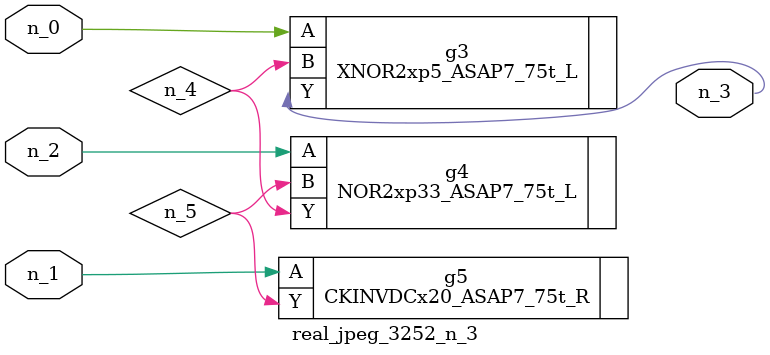
<source format=v>
module real_jpeg_3252_n_3 (n_1, n_0, n_2, n_3);

input n_1;
input n_0;
input n_2;

output n_3;

wire n_5;
wire n_4;

XNOR2xp5_ASAP7_75t_L g3 ( 
.A(n_0),
.B(n_4),
.Y(n_3)
);

CKINVDCx20_ASAP7_75t_R g5 ( 
.A(n_1),
.Y(n_5)
);

NOR2xp33_ASAP7_75t_L g4 ( 
.A(n_2),
.B(n_5),
.Y(n_4)
);


endmodule
</source>
